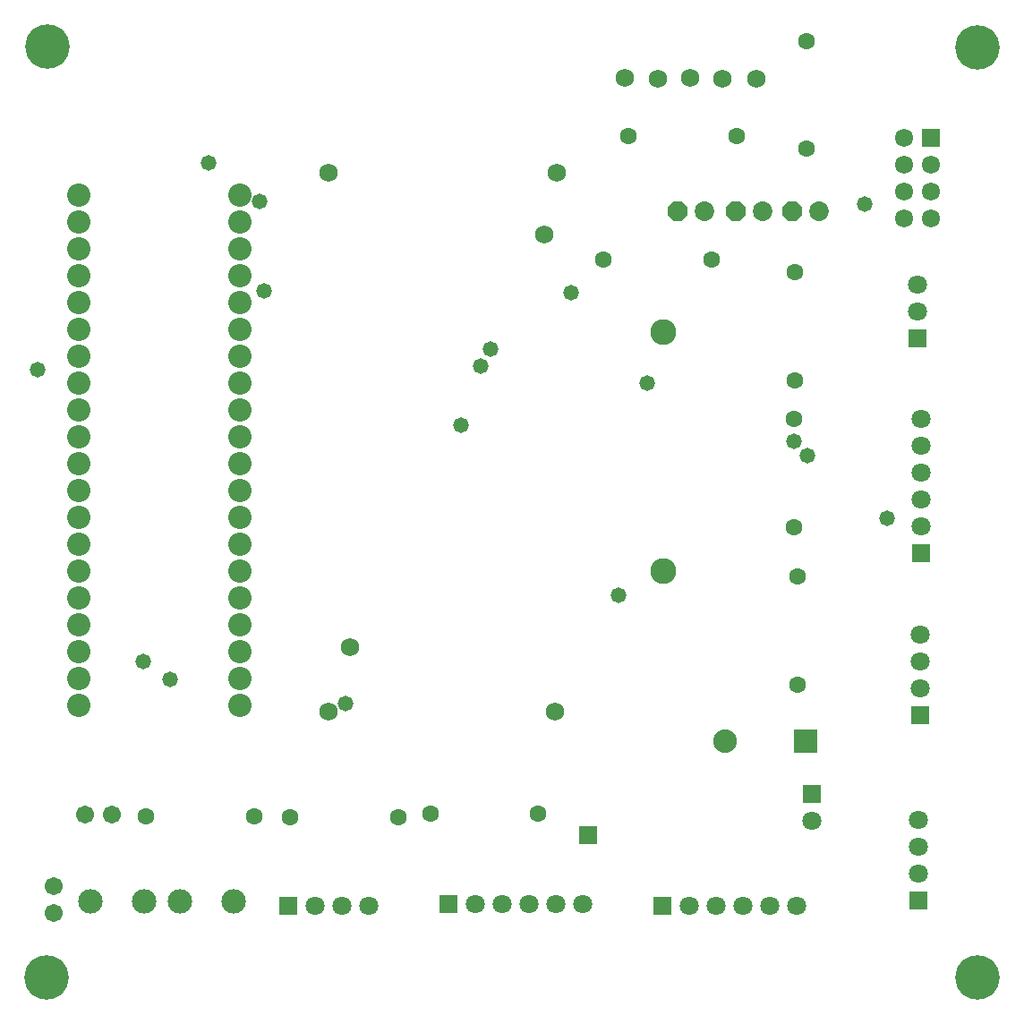
<source format=gbs>
G04*
G04 #@! TF.GenerationSoftware,Altium Limited,Altium Designer,21.9.2 (33)*
G04*
G04 Layer_Color=16711935*
%FSTAX24Y24*%
%MOIN*%
G70*
G04*
G04 #@! TF.SameCoordinates,BECF87E7-01DC-432B-977C-EE80B0DAAE55*
G04*
G04*
G04 #@! TF.FilePolarity,Negative*
G04*
G01*
G75*
%ADD25C,0.0671*%
%ADD26C,0.0880*%
%ADD27R,0.0880X0.0880*%
%ADD28C,0.0631*%
%ADD29R,0.0710X0.0710*%
%ADD30P,0.0790X8X22.5*%
%ADD31C,0.0730*%
%ADD32C,0.0966*%
%ADD33R,0.0710X0.0710*%
%ADD34C,0.0710*%
%ADD35C,0.0680*%
%ADD36C,0.1655*%
%ADD37O,0.0867X0.0867*%
%ADD38C,0.0678*%
%ADD39R,0.0678X0.0678*%
%ADD40C,0.0911*%
%ADD41C,0.0580*%
D25*
X011882Y01598D02*
D03*
Y01498D02*
D03*
X013051Y018638D02*
D03*
X014051D02*
D03*
D26*
X036898Y021378D02*
D03*
D27*
X039898D02*
D03*
D28*
X039602Y0275D02*
D03*
Y023484D02*
D03*
X029945Y018677D02*
D03*
X025929D02*
D03*
X024724Y018547D02*
D03*
X020709D02*
D03*
X015343Y018567D02*
D03*
X019358D02*
D03*
X039917Y047445D02*
D03*
Y043429D02*
D03*
X0395Y034811D02*
D03*
Y038827D02*
D03*
X03948Y033362D02*
D03*
Y029346D02*
D03*
X037315Y043894D02*
D03*
X033299D02*
D03*
X036386Y039323D02*
D03*
X03237D02*
D03*
D29*
X031791Y01789D02*
D03*
X020622Y015256D02*
D03*
X034559D02*
D03*
X026583Y015299D02*
D03*
D30*
X039383Y041118D02*
D03*
X037287Y041098D02*
D03*
X035142D02*
D03*
D31*
X040383Y041118D02*
D03*
X038287Y041098D02*
D03*
X036142D02*
D03*
D32*
X034602Y027697D02*
D03*
Y036594D02*
D03*
D33*
X040118Y019417D02*
D03*
X044213Y02837D02*
D03*
X044071Y036378D02*
D03*
X044161Y022346D02*
D03*
X044102Y015437D02*
D03*
D34*
X040118Y018417D02*
D03*
X044213Y03337D02*
D03*
Y03237D02*
D03*
Y03137D02*
D03*
Y02937D02*
D03*
Y03037D02*
D03*
X044071Y037378D02*
D03*
Y038378D02*
D03*
X023622Y015256D02*
D03*
X021622D02*
D03*
X022622D02*
D03*
X039559D02*
D03*
X038559D02*
D03*
X037559D02*
D03*
X035559D02*
D03*
X036559D02*
D03*
X044161Y025346D02*
D03*
Y023346D02*
D03*
Y024346D02*
D03*
X044102Y018437D02*
D03*
Y016437D02*
D03*
Y017437D02*
D03*
X028583Y015299D02*
D03*
X027583D02*
D03*
X029583D02*
D03*
X030583D02*
D03*
X031583D02*
D03*
D35*
X033163Y046078D02*
D03*
X038063Y046028D02*
D03*
X036813D02*
D03*
X035613Y046078D02*
D03*
X034413Y046028D02*
D03*
X022927Y02488D02*
D03*
X030177Y04023D02*
D03*
X022127Y02248D02*
D03*
X030577D02*
D03*
X022127Y04253D02*
D03*
X030627D02*
D03*
D36*
X01165Y047232D02*
D03*
X046303Y04722D02*
D03*
X046287Y012591D02*
D03*
X011634Y012579D02*
D03*
D37*
X018827Y03872D02*
D03*
Y03972D02*
D03*
Y04172D02*
D03*
Y03772D02*
D03*
Y04072D02*
D03*
Y03672D02*
D03*
X012837Y026716D02*
D03*
Y022716D02*
D03*
Y025716D02*
D03*
Y024716D02*
D03*
Y023716D02*
D03*
Y027716D02*
D03*
Y028716D02*
D03*
Y030716D02*
D03*
Y031716D02*
D03*
Y032716D02*
D03*
Y029716D02*
D03*
Y033716D02*
D03*
Y035716D02*
D03*
Y041716D02*
D03*
Y040716D02*
D03*
Y039716D02*
D03*
Y038716D02*
D03*
Y034716D02*
D03*
Y037716D02*
D03*
Y036716D02*
D03*
X018827Y02672D02*
D03*
Y02271D02*
D03*
Y02572D02*
D03*
Y02472D02*
D03*
Y02372D02*
D03*
Y02772D02*
D03*
Y03272D02*
D03*
Y03572D02*
D03*
Y03472D02*
D03*
Y03372D02*
D03*
Y03172D02*
D03*
Y03072D02*
D03*
Y02972D02*
D03*
Y02872D02*
D03*
D38*
X043555Y043854D02*
D03*
Y042854D02*
D03*
Y041854D02*
D03*
Y040854D02*
D03*
X044555D02*
D03*
Y041854D02*
D03*
Y042854D02*
D03*
D39*
Y043854D02*
D03*
D40*
X015276Y015402D02*
D03*
X013276D02*
D03*
X018583Y015398D02*
D03*
X016583D02*
D03*
D41*
X022756Y022768D02*
D03*
X011287Y035224D02*
D03*
X04292Y029681D02*
D03*
X03995Y03201D02*
D03*
X04209Y041389D02*
D03*
X01767Y04291D02*
D03*
X01972Y03816D02*
D03*
X03115Y03808D02*
D03*
X03294Y026795D02*
D03*
X01523Y024356D02*
D03*
X028155Y035985D02*
D03*
X0278Y035344D02*
D03*
X01957Y04148D02*
D03*
X02706Y03314D02*
D03*
X03948Y03256D02*
D03*
X03399Y03471D02*
D03*
X01624Y02368D02*
D03*
M02*

</source>
